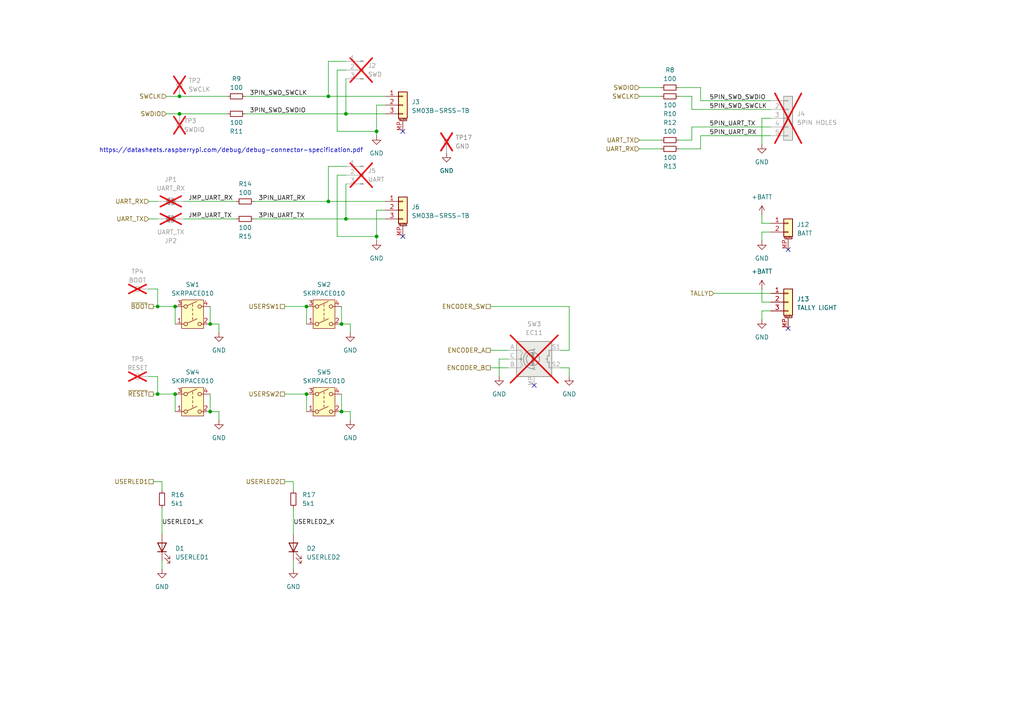
<source format=kicad_sch>
(kicad_sch (version 20231120) (generator "eeschema") (generator_version "8.0")
  (paper "A4")
  (lib_symbols
    (symbol "Connector:Conn_01x03_Pin" (pin_names (offset 1.016) hide)
      (property "Reference" "J" (at 0 5.08 0))
      (property "Value" "Conn_01x03_Pin" (at 0 -5.08 0))
      (symbol "Conn_01x03_Pin_1_1"
        (polyline (pts (xy 1.27 -2.54) (xy 0.8636 -2.54)) (stroke (width 0.1524)))
        (polyline (pts (xy 1.27 0) (xy 0.8636 0)) (stroke (width 0.1524)))
        (polyline (pts (xy 1.27 2.54) (xy 0.8636 2.54)) (stroke (width 0.1524)))
        (rectangle (start 0.8636 -2.413) (end 0 -2.667) (stroke (width 0.1524)) (fill (type outline)))
        (rectangle (start 0.8636 0.127) (end 0 -0.127) (stroke (width 0.1524)) (fill (type outline)))
        (rectangle (start 0.8636 2.667) (end 0 2.413) (stroke (width 0.1524)) (fill (type outline)))
        (pin passive line (at 5.08 2.54 180) (length 3.81) (name "Pin_1") (number "1"))
        (pin passive line (at 5.08 0 180) (length 3.81) (name "Pin_2") (number "2"))
        (pin passive line (at 5.08 -2.54 180) (length 3.81) (name "Pin_3") (number "3"))
      )
    )
    (symbol "Connector:TestPoint" (pin_numbers hide) (pin_names (offset 0.762) hide)
      (property "Reference" "TP" (at 0 6.858 0))
      (property "Value" "TestPoint" (at 0 5.08 0))
      (symbol "TestPoint_0_1"
        (circle (center 0 3.302) (radius 0.762))
      )
      (symbol "TestPoint_1_1"
        (pin passive line (at 0 0 90) (length 2.54) (name "1") (number "1"))
      )
    )
    (symbol "Connector_Generic:Conn_01x05" (pin_names (offset 1.016) hide)
      (property "Reference" "J" (at 0 7.62 0))
      (property "Value" "Conn_01x05" (at 0 -7.62 0))
      (symbol "Conn_01x05_1_1"
        (rectangle (start -1.27 -4.953) (end 0 -5.207) (stroke (width 0.1524)))
        (rectangle (start -1.27 -2.413) (end 0 -2.667) (stroke (width 0.1524)))
        (rectangle (start -1.27 0.127) (end 0 -0.127) (stroke (width 0.1524)))
        (rectangle (start -1.27 2.667) (end 0 2.413) (stroke (width 0.1524)))
        (rectangle (start -1.27 5.207) (end 0 4.953) (stroke (width 0.1524)))
        (rectangle (start -1.27 6.35) (end 1.27 -6.35) (stroke (width 0.254)) (fill (type background)))
        (pin passive line (at -5.08 5.08 0) (length 3.81) (name "Pin_1") (number "1"))
        (pin passive line (at -5.08 2.54 0) (length 3.81) (name "Pin_2") (number "2"))
        (pin passive line (at -5.08 0 0) (length 3.81) (name "Pin_3") (number "3"))
        (pin passive line (at -5.08 -2.54 0) (length 3.81) (name "Pin_4") (number "4"))
        (pin passive line (at -5.08 -5.08 0) (length 3.81) (name "Pin_5") (number "5"))
      )
    )
    (symbol "Connector_Generic_MountingPin:Conn_01x02_MountingPin" (pin_names (offset 1.016) hide)
      (property "Reference" "J" (at 0 2.54 0))
      (property "Value" "Conn_01x02_MountingPin" (at 1.27 -5.08 0))
      (symbol "Conn_01x02_MountingPin_1_1"
        (rectangle (start -1.27 -2.413) (end 0 -2.667) (stroke (width 0.1524)))
        (rectangle (start -1.27 0.127) (end 0 -0.127) (stroke (width 0.1524)))
        (rectangle (start -1.27 1.27) (end 1.27 -3.81) (stroke (width 0.254)) (fill (type background)))
        (polyline (pts (xy -1.016 -4.572) (xy 1.016 -4.572)) (stroke (width 0.1524)))
        (text "Mounting" (at 0 -4.191 0) (effects (font (size 0.381 0.381))))
        (pin passive line (at -5.08 0 0) (length 3.81) (name "Pin_1") (number "1"))
        (pin passive line (at -5.08 -2.54 0) (length 3.81) (name "Pin_2") (number "2"))
        (pin passive line (at 0 -7.62 90) (length 3.048) (name "MountPin") (number "MP"))
      )
    )
    (symbol "Connector_Generic_MountingPin:Conn_01x03_MountingPin" (pin_names (offset 1.016) hide)
      (property "Reference" "J" (at 0 5.08 0))
      (property "Value" "Conn_01x03_MountingPin" (at 1.27 -5.08 0))
      (symbol "Conn_01x03_MountingPin_1_1"
        (rectangle (start -1.27 -2.413) (end 0 -2.667) (stroke (width 0.1524)))
        (rectangle (start -1.27 0.127) (end 0 -0.127) (stroke (width 0.1524)))
        (rectangle (start -1.27 2.667) (end 0 2.413) (stroke (width 0.1524)))
        (rectangle (start -1.27 3.81) (end 1.27 -3.81) (stroke (width 0.254)) (fill (type background)))
        (polyline (pts (xy -1.016 -4.572) (xy 1.016 -4.572)) (stroke (width 0.1524)))
        (text "Mounting" (at 0 -4.191 0) (effects (font (size 0.381 0.381))))
        (pin passive line (at -5.08 2.54 0) (length 3.81) (name "Pin_1") (number "1"))
        (pin passive line (at -5.08 0 0) (length 3.81) (name "Pin_2") (number "2"))
        (pin passive line (at -5.08 -2.54 0) (length 3.81) (name "Pin_3") (number "3"))
        (pin passive line (at 0 -7.62 90) (length 3.048) (name "MountPin") (number "MP"))
      )
    )
    (symbol "Device:LED" (pin_numbers hide) (pin_names (offset 1.016) hide)
      (property "Reference" "D" (at 0 2.54 0))
      (property "Value" "LED" (at 0 -2.54 0))
      (symbol "LED_0_1"
        (polyline (pts (xy -1.27 -1.27) (xy -1.27 1.27)) (stroke (width 0.254)))
        (polyline (pts (xy -1.27 0) (xy 1.27 0)))
        (polyline (pts (xy 1.27 -1.27) (xy 1.27 1.27) (xy -1.27 0) (xy 1.27 -1.27)) (stroke (width 0.254)))
        (polyline (pts (xy -3.048 -0.762) (xy -4.572 -2.286) (xy -3.81 -2.286) (xy -4.572 -2.286) (xy -4.572 -1.524)))
        (polyline (pts (xy -1.778 -0.762) (xy -3.302 -2.286) (xy -2.54 -2.286) (xy -3.302 -2.286) (xy -3.302 -1.524)))
      )
      (symbol "LED_1_1"
        (pin passive line (at -3.81 0 0) (length 2.54) (name "K") (number "1"))
        (pin passive line (at 3.81 0 180) (length 2.54) (name "A") (number "2"))
      )
    )
    (symbol "Device:R_Small" (pin_numbers hide) (pin_names (offset 0.254) hide)
      (property "Reference" "R" (at 0.762 0.508 0))
      (property "Value" "R_Small" (at 0.762 -1.016 0))
      (symbol "R_Small_0_1"
        (rectangle (start -0.762 1.778) (end 0.762 -1.778) (stroke (width 0.2032)))
      )
      (symbol "R_Small_1_1"
        (pin passive line (at 0 2.54 270) (length 0.762) (name "~") (number "1"))
        (pin passive line (at 0 -2.54 90) (length 0.762) (name "~") (number "2"))
      )
    )
    (symbol "Device:RotaryEncoder_Switch_MP" (pin_names (offset 0.254) hide)
      (property "Reference" "SW" (at 0 8.89 0))
      (property "Value" "RotaryEncoder_Switch_MP" (at 0 6.35 0))
      (symbol "RotaryEncoder_Switch_MP_0_1"
        (rectangle (start -5.08 5.08) (end 5.08 -5.08) (stroke (width 0.254)) (fill (type background)))
        (circle (center -3.81 0) (radius 0.254) (fill (type outline)))
        (circle (center -0.381 0) (radius 1.905) (stroke (width 0.254)))
        (arc (start -0.381 2.667) (mid -3.0988 -0.0635) (end -0.381 -2.794) (stroke (width 0.254)))
        (polyline (pts (xy -0.635 -1.778) (xy -0.635 1.778)) (stroke (width 0.254)))
        (polyline (pts (xy -0.381 -1.778) (xy -0.381 1.778)) (stroke (width 0.254)))
        (polyline (pts (xy -0.127 1.778) (xy -0.127 -1.778)) (stroke (width 0.254)))
        (polyline (pts (xy 3.81 0) (xy 3.429 0)) (stroke (width 0.254)))
        (polyline (pts (xy 3.81 1.016) (xy 3.81 -1.016)) (stroke (width 0.254)))
        (polyline (pts (xy -5.08 -2.54) (xy -3.81 -2.54) (xy -3.81 -2.032)))
        (polyline (pts (xy -5.08 2.54) (xy -3.81 2.54) (xy -3.81 2.032)))
        (polyline (pts (xy 0.254 -3.048) (xy -0.508 -2.794) (xy 0.127 -2.413)) (stroke (width 0.254)))
        (polyline (pts (xy 0.254 2.921) (xy -0.508 2.667) (xy 0.127 2.286)) (stroke (width 0.254)))
        (polyline (pts (xy 5.08 -2.54) (xy 4.318 -2.54) (xy 4.318 -1.016)) (stroke (width 0.254)))
        (polyline (pts (xy 5.08 2.54) (xy 4.318 2.54) (xy 4.318 1.016)) (stroke (width 0.254)))
        (polyline (pts (xy -5.08 0) (xy -3.81 0) (xy -3.81 -1.016) (xy -3.302 -2.032)))
        (polyline (pts (xy -4.318 0) (xy -3.81 0) (xy -3.81 1.016) (xy -3.302 2.032)))
        (circle (center 4.318 -1.016) (radius 0.127) (stroke (width 0.254)))
        (circle (center 4.318 1.016) (radius 0.127) (stroke (width 0.254)))
      )
      (symbol "RotaryEncoder_Switch_MP_1_1"
        (pin passive line (at -7.62 2.54 0) (length 2.54) (name "A") (number "A"))
        (pin passive line (at -7.62 -2.54 0) (length 2.54) (name "B") (number "B"))
        (pin passive line (at -7.62 0 0) (length 2.54) (name "C") (number "C"))
        (pin passive line (at 0 -7.62 90) (length 2.54) (name "MP") (number "MP"))
        (pin passive line (at 7.62 2.54 180) (length 2.54) (name "S1") (number "S1"))
        (pin passive line (at 7.62 -2.54 180) (length 2.54) (name "S2") (number "S2"))
      )
    )
    (symbol "Jumper:SolderJumper_2_Bridged" (pin_numbers hide) (pin_names (offset 0) hide) (exclude_from_sim yes) (in_bom no)
      (property "Reference" "JP" (at 0 2.032 0))
      (property "Value" "SolderJumper_2_Bridged" (at 0 -2.54 0))
      (symbol "SolderJumper_2_Bridged_0_1"
        (rectangle (start -0.508 0.508) (end 0.508 -0.508) (fill (type outline)))
        (arc (start -0.254 1.016) (mid -1.2656 0) (end -0.254 -1.016))
        (arc (start -0.254 1.016) (mid -1.2656 0) (end -0.254 -1.016) (fill (type outline)))
        (polyline (pts (xy -0.254 1.016) (xy -0.254 -1.016)))
        (polyline (pts (xy 0.254 1.016) (xy 0.254 -1.016)))
        (arc (start 0.254 -1.016) (mid 1.2656 0) (end 0.254 1.016))
        (arc (start 0.254 -1.016) (mid 1.2656 0) (end 0.254 1.016) (fill (type outline)))
      )
      (symbol "SolderJumper_2_Bridged_1_1"
        (pin passive line (at -3.81 0 0) (length 2.54) (name "A") (number "1"))
        (pin passive line (at 3.81 0 180) (length 2.54) (name "B") (number "2"))
      )
    )
    (symbol "Switch:SW_DPST" (pin_names (offset 0) hide)
      (property "Reference" "SW" (at 0 6.35 0))
      (property "Value" "SW_DPST" (at 0 -5.08 0))
      (symbol "SW_DPST_0_0"
        (circle (center -2.032 -2.54) (radius 0.508))
        (circle (center -2.032 2.54) (radius 0.508))
        (polyline (pts (xy -1.524 -2.286) (xy 1.27 -1.016)))
        (polyline (pts (xy -1.524 2.794) (xy 1.27 4.064)))
        (polyline (pts (xy 0 -1.27) (xy 0 -0.635)))
        (polyline (pts (xy 0 0) (xy 0 0.635)))
        (polyline (pts (xy 0 1.27) (xy 0 1.905)))
        (polyline (pts (xy 0 2.54) (xy 0 3.175)))
        (circle (center 2.032 -2.54) (radius 0.508))
        (circle (center 2.032 2.54) (radius 0.508))
      )
      (symbol "SW_DPST_1_1"
        (rectangle (start -3.175 4.445) (end 3.175 -3.81) (fill (type background)))
        (pin passive line (at -5.08 -2.54 0) (length 2.54) (name "1") (number "1"))
        (pin passive line (at 5.08 -2.54 180) (length 2.54) (name "2") (number "2"))
        (pin passive line (at -5.08 2.54 0) (length 2.54) (name "3") (number "3"))
        (pin passive line (at 5.08 2.54 180) (length 2.54) (name "4") (number "4"))
      )
    )
    (symbol "power:+BATT" (power) (pin_numbers hide) (pin_names (offset 0) hide)
      (property "Value" "+BATT" (at 0 3.556 0))
      (symbol "+BATT_0_1"
        (polyline (pts (xy -0.762 1.27) (xy 0 2.54)))
        (polyline (pts (xy 0 0) (xy 0 2.54)))
        (polyline (pts (xy 0 2.54) (xy 0.762 1.27)))
      )
      (symbol "+BATT_1_1"
        (pin power_in line (at 0 0 90) (length 0) (name "~") (number "1"))
      )
    )
    (symbol "power:GND" (power) (pin_numbers hide) (pin_names (offset 0) hide)
      (property "Value" "GND" (at 0 -3.81 0))
      (symbol "GND_0_1"
        (polyline (pts (xy 0 0) (xy 0 -1.27) (xy 1.27 -1.27) (xy 0 -2.54) (xy -1.27 -1.27) (xy 0 -1.27)))
      )
      (symbol "GND_1_1"
        (pin power_in line (at 0 0 270) (length 0) (name "~") (number "1"))
      )
    )
  )
  (junction (at 100.33 63.5))
  (junction (at 109.22 38.1))
  (junction (at 60.96 119.38))
  (junction (at 88.9 114.3))
  (junction (at 99.06 93.98))
  (junction (at 52.07 27.94))
  (junction (at 50.8 114.3))
  (junction (at 50.8 88.9))
  (junction (at 100.33 33.02))
  (junction (at 95.25 27.94))
  (junction (at 45.72 114.3))
  (junction (at 109.22 68.58))
  (junction (at 52.07 33.02))
  (junction (at 60.96 93.98))
  (junction (at 45.72 88.9))
  (junction (at 99.06 119.38))
  (junction (at 88.9 88.9))
  (junction (at 95.25 58.42))
  (no_connect (at 228.6 95.25))
  (no_connect (at 154.94 111.76))
  (no_connect (at 116.84 68.58))
  (no_connect (at 228.6 72.39))
  (no_connect (at 116.84 38.1))
  (wire (pts (xy 85.09 147.32) (xy 85.09 154.94)))
  (wire (pts (xy 185.42 25.4) (xy 191.77 25.4)))
  (wire (pts (xy 101.6 119.38) (xy 101.6 121.92)))
  (wire (pts (xy 46.99 162.56) (xy 46.99 165.1)))
  (wire (pts (xy 196.85 43.18) (xy 203.2 43.18)))
  (wire (pts (xy 99.06 119.38) (xy 101.6 119.38)))
  (wire (pts (xy 200.66 27.94) (xy 200.66 31.75)))
  (wire (pts (xy 97.79 38.1) (xy 109.22 38.1)))
  (wire (pts (xy 95.25 48.26) (xy 100.33 48.26)))
  (wire (pts (xy 109.22 30.48) (xy 109.22 38.1)))
  (wire (pts (xy 46.99 147.32) (xy 46.99 154.94)))
  (wire (pts (xy 60.96 114.3) (xy 60.96 119.38)))
  (wire (pts (xy 43.18 63.5) (xy 45.72 63.5)))
  (wire (pts (xy 95.25 17.78) (xy 95.25 27.94)))
  (wire (pts (xy 82.55 114.3) (xy 88.9 114.3)))
  (wire (pts (xy 44.45 114.3) (xy 45.72 114.3)))
  (wire (pts (xy 63.5 93.98) (xy 63.5 96.52)))
  (wire (pts (xy 73.66 58.42) (xy 95.25 58.42)))
  (wire (pts (xy 196.85 27.94) (xy 200.66 27.94)))
  (wire (pts (xy 109.22 68.58) (xy 109.22 69.85)))
  (wire (pts (xy 44.45 139.7) (xy 46.99 139.7)))
  (wire (pts (xy 109.22 38.1) (xy 109.22 39.37)))
  (wire (pts (xy 220.98 90.17) (xy 223.52 90.17)))
  (wire (pts (xy 44.45 88.9) (xy 45.72 88.9)))
  (wire (pts (xy 97.79 50.8) (xy 97.79 68.58)))
  (wire (pts (xy 185.42 27.94) (xy 191.77 27.94)))
  (wire (pts (xy 100.33 22.86) (xy 100.33 33.02)))
  (wire (pts (xy 48.26 33.02) (xy 52.07 33.02)))
  (wire (pts (xy 50.8 114.3) (xy 50.8 119.38)))
  (wire (pts (xy 82.55 139.7) (xy 85.09 139.7)))
  (wire (pts (xy 43.18 58.42) (xy 45.72 58.42)))
  (wire (pts (xy 200.66 40.64) (xy 200.66 36.83)))
  (wire (pts (xy 162.56 106.68) (xy 165.1 106.68)))
  (wire (pts (xy 203.2 29.21) (xy 223.52 29.21)))
  (wire (pts (xy 97.79 20.32) (xy 100.33 20.32)))
  (wire (pts (xy 220.98 64.77) (xy 223.52 64.77)))
  (wire (pts (xy 71.12 27.94) (xy 95.25 27.94)))
  (wire (pts (xy 109.22 30.48) (xy 111.76 30.48)))
  (wire (pts (xy 165.1 88.9) (xy 165.1 101.6)))
  (wire (pts (xy 142.24 88.9) (xy 165.1 88.9)))
  (wire (pts (xy 109.22 60.96) (xy 109.22 68.58)))
  (wire (pts (xy 53.34 58.42) (xy 68.58 58.42)))
  (wire (pts (xy 196.85 25.4) (xy 203.2 25.4)))
  (wire (pts (xy 95.25 58.42) (xy 111.76 58.42)))
  (wire (pts (xy 185.42 43.18) (xy 191.77 43.18)))
  (wire (pts (xy 100.33 53.34) (xy 100.33 63.5)))
  (wire (pts (xy 60.96 88.9) (xy 60.96 93.98)))
  (wire (pts (xy 99.06 114.3) (xy 99.06 119.38)))
  (wire (pts (xy 203.2 43.18) (xy 203.2 39.37)))
  (wire (pts (xy 63.5 119.38) (xy 63.5 121.92)))
  (wire (pts (xy 203.2 25.4) (xy 203.2 29.21)))
  (wire (pts (xy 144.78 104.14) (xy 144.78 109.22)))
  (wire (pts (xy 220.98 67.31) (xy 223.52 67.31)))
  (wire (pts (xy 43.18 109.22) (xy 45.72 109.22)))
  (wire (pts (xy 220.98 34.29) (xy 223.52 34.29)))
  (wire (pts (xy 48.26 27.94) (xy 52.07 27.94)))
  (wire (pts (xy 45.72 88.9) (xy 50.8 88.9)))
  (wire (pts (xy 142.24 106.68) (xy 147.32 106.68)))
  (wire (pts (xy 200.66 31.75) (xy 223.52 31.75)))
  (wire (pts (xy 200.66 36.83) (xy 223.52 36.83)))
  (wire (pts (xy 207.01 85.09) (xy 223.52 85.09)))
  (wire (pts (xy 162.56 101.6) (xy 165.1 101.6)))
  (wire (pts (xy 43.18 83.82) (xy 45.72 83.82)))
  (wire (pts (xy 147.32 104.14) (xy 144.78 104.14)))
  (wire (pts (xy 88.9 88.9) (xy 88.9 93.98)))
  (wire (pts (xy 196.85 40.64) (xy 200.66 40.64)))
  (wire (pts (xy 109.22 60.96) (xy 111.76 60.96)))
  (wire (pts (xy 46.99 139.7) (xy 46.99 142.24)))
  (wire (pts (xy 185.42 40.64) (xy 191.77 40.64)))
  (wire (pts (xy 95.25 17.78) (xy 100.33 17.78)))
  (wire (pts (xy 99.06 88.9) (xy 99.06 93.98)))
  (wire (pts (xy 99.06 93.98) (xy 101.6 93.98)))
  (wire (pts (xy 88.9 114.3) (xy 88.9 119.38)))
  (wire (pts (xy 97.79 68.58) (xy 109.22 68.58)))
  (wire (pts (xy 60.96 93.98) (xy 63.5 93.98)))
  (wire (pts (xy 220.98 87.63) (xy 223.52 87.63)))
  (wire (pts (xy 95.25 48.26) (xy 95.25 58.42)))
  (wire (pts (xy 203.2 39.37) (xy 223.52 39.37)))
  (wire (pts (xy 45.72 83.82) (xy 45.72 88.9)))
  (wire (pts (xy 73.66 63.5) (xy 100.33 63.5)))
  (wire (pts (xy 71.12 33.02) (xy 100.33 33.02)))
  (wire (pts (xy 97.79 50.8) (xy 100.33 50.8)))
  (wire (pts (xy 220.98 83.82) (xy 220.98 87.63)))
  (wire (pts (xy 85.09 139.7) (xy 85.09 142.24)))
  (wire (pts (xy 45.72 114.3) (xy 50.8 114.3)))
  (wire (pts (xy 95.25 27.94) (xy 111.76 27.94)))
  (wire (pts (xy 100.33 63.5) (xy 111.76 63.5)))
  (wire (pts (xy 60.96 119.38) (xy 63.5 119.38)))
  (wire (pts (xy 45.72 109.22) (xy 45.72 114.3)))
  (wire (pts (xy 165.1 106.68) (xy 165.1 109.22)))
  (wire (pts (xy 50.8 88.9) (xy 50.8 93.98)))
  (wire (pts (xy 85.09 162.56) (xy 85.09 165.1)))
  (wire (pts (xy 82.55 88.9) (xy 88.9 88.9)))
  (wire (pts (xy 66.04 27.94) (xy 52.07 27.94)))
  (wire (pts (xy 220.98 90.17) (xy 220.98 92.71)))
  (wire (pts (xy 66.04 33.02) (xy 52.07 33.02)))
  (wire (pts (xy 220.98 34.29) (xy 220.98 41.91)))
  (wire (pts (xy 220.98 67.31) (xy 220.98 69.85)))
  (wire (pts (xy 220.98 62.23) (xy 220.98 64.77)))
  (wire (pts (xy 142.24 101.6) (xy 147.32 101.6)))
  (wire (pts (xy 101.6 93.98) (xy 101.6 96.52)))
  (wire (pts (xy 100.33 33.02) (xy 111.76 33.02)))
  (wire (pts (xy 97.79 20.32) (xy 97.79 38.1)))
  (wire (pts (xy 53.34 63.5) (xy 68.58 63.5)))
  (text "https://datasheets.raspberrypi.com/debug/debug-connector-specification.pdf" (at 67.056 43.688 0) (effects (font (size 1.27 1.27))))
  (label "5PIN_UART_TX" (at 205.74 36.83 0))
  (label "JMP_UART_RX" (at 54.61 58.42 0))
  (label "3PIN_SWD_SWCLK" (at 72.39 27.94 0))
  (label "3PIN_UART_RX" (at 74.93 58.42 0))
  (label "USERLED1_K" (at 46.99 152.4 0))
  (label "5PIN_SWD_SWCLK" (at 205.74 31.75 0))
  (label "3PIN_SWD_SWDIO" (at 72.39 33.02 0))
  (label "3PIN_UART_TX" (at 74.93 63.5 0))
  (label "5PIN_SWD_SWDIO" (at 205.74 29.21 0))
  (label "JMP_UART_TX" (at 54.61 63.5 0))
  (label "USERLED2_K" (at 85.09 152.4 0))
  (label "5PIN_UART_RX" (at 205.74 39.37 0))
  (hierarchical_label "USERSW1" (shape passive) (at 82.55 88.9 180))
  (hierarchical_label "SWCLK" (shape input) (at 48.26 27.94 180))
  (hierarchical_label "UART_TX" (shape input) (at 43.18 63.5 180))
  (hierarchical_label "ENCODER_B" (shape passive) (at 142.24 106.68 180))
  (hierarchical_label "TALLY" (shape input) (at 207.01 85.09 180))
  (hierarchical_label "~{BOOT}" (shape passive) (at 44.45 88.9 180))
  (hierarchical_label "~{RESET}" (shape passive) (at 44.45 114.3 180))
  (hierarchical_label "SWDIO" (shape input) (at 48.26 33.02 180))
  (hierarchical_label "USERLED2" (shape passive) (at 82.55 139.7 180))
  (hierarchical_label "ENCODER_A" (shape passive) (at 142.24 101.6 180))
  (hierarchical_label "USERLED1" (shape passive) (at 44.45 139.7 180))
  (hierarchical_label "SWCLK" (shape input) (at 185.42 27.94 180))
  (hierarchical_label "USERSW2" (shape passive) (at 82.55 114.3 180))
  (hierarchical_label "UART_RX" (shape input) (at 43.18 58.42 180))
  (hierarchical_label "UART_TX" (shape input) (at 185.42 40.64 180))
  (hierarchical_label "SWDIO" (shape input) (at 185.42 25.4 180))
  (hierarchical_label "ENCODER_SW" (shape passive) (at 142.24 88.9 180))
  (hierarchical_label "UART_RX" (shape input) (at 185.42 43.18 180))
  (symbol (lib_id "power:GND") (at 129.54 44.45 0) (unit 1)
    (property "Reference" "#PWR060" (effects (hide yes)))
    (property "Value" "GND" (at 129.54 49.53 0))
    (property "Description" "Power symbol creates a global label with name \"GND\" , ground" (effects (hide yes)))
  )
  (symbol (lib_id "Device:LED") (at 46.99 158.75 90) (unit 1)
    (property "Reference" "D1" (at 50.8 159.0674 90) (effects (justify right)))
    (property "Value" "USERLED1" (at 50.8 161.6074 90) (effects (justify right)))
    (property "Footprint" "LED_SMD:LED_0603_1608Metric" (effects (hide yes)))
    (property "Description" "Light emitting diode" (effects (hide yes)))
    (property "LCSC" "C72038" (effects (hide yes)))
  )
  (symbol (lib_id "power:GND") (at 63.5 96.52 0) (unit 1)
    (property "Reference" "#PWR023" (effects (hide yes)))
    (property "Value" "GND" (at 63.5 101.6 0))
    (property "Description" "Power symbol creates a global label with name \"GND\" , ground" (effects (hide yes)))
  )
  (symbol (lib_id "Device:R_Small") (at 71.12 63.5 270) (mirror x) (unit 1)
    (property "Reference" "R15" (at 71.12 68.58 90))
    (property "Value" "100" (at 71.12 66.04 90))
    (property "Footprint" "Resistor_SMD:R_0402_1005Metric" (effects (hide yes)))
    (property "Description" "Resistor, small symbol" (effects (hide yes)))
    (property "LCSC" "C25076" (effects (hide yes)))
  )
  (symbol (lib_id "Connector:TestPoint") (at 43.18 109.22 90) (unit 1) (dnp yes)
    (property "Reference" "TP5" (at 39.878 104.14 90))
    (property "Value" "RESET" (at 39.878 106.68 90))
    (property "Footprint" "TestPoint:TestPoint_Pad_D1.0mm" (effects (hide yes)))
    (property "Description" "test point" (effects (hide yes)))
  )
  (symbol (lib_id "Connector:Conn_01x03_Pin") (at 105.41 50.8 0) (mirror y) (unit 1) (dnp yes)
    (property "Reference" "J5" (at 106.68 49.5299 0) (effects (justify right)))
    (property "Value" "UART" (at 106.68 52.0699 0) (effects (justify right)))
    (property "Footprint" "Connector_PinHeader_2.54mm:PinHeader_1x03_P2.54mm_Vertical" (effects (hide yes)))
    (property "Description" "Generic connector, single row, 01x03, script generated" (effects (hide yes)))
  )
  (symbol (lib_id "Connector:TestPoint") (at 52.07 33.02 180) (unit 1) (dnp yes)
    (property "Reference" "TP3" (at 53.34 35.0519 0) (effects (justify right)))
    (property "Value" "SWDIO" (at 53.34 37.592 0) (effects (justify right)))
    (property "Footprint" "TestPoint:TestPoint_Pad_D1.0mm" (effects (hide yes)))
    (property "Description" "test point" (effects (hide yes)))
  )
  (symbol (lib_id "Device:RotaryEncoder_Switch_MP") (at 154.94 104.14 0) (unit 1) (dnp yes)
    (property "Reference" "SW3" (at 154.94 93.98 0))
    (property "Value" "EC11" (at 154.94 96.52 0))
    (property "Footprint" "Rotary_Encoder:RotaryEncoder_Alps_EC11E-Switch_Vertical_H20mm" (effects (hide yes)))
    (property "Description" "Rotary encoder, dual channel, incremental quadrate outputs, with switch and MP Pin" (effects (hide yes)))
    (property "LCSC" "C143789" (effects (hide yes)))
  )
  (symbol (lib_id "power:GND") (at 109.22 39.37 0) (unit 1)
    (property "Reference" "#PWR020" (effects (hide yes)))
    (property "Value" "GND" (at 109.22 44.45 0))
    (property "Description" "Power symbol creates a global label with name \"GND\" , ground" (effects (hide yes)))
  )
  (symbol (lib_id "power:GND") (at 220.98 69.85 0) (unit 1)
    (property "Reference" "#PWR057" (effects (hide yes)))
    (property "Value" "GND" (at 220.98 74.93 0))
    (property "Description" "Power symbol creates a global label with name \"GND\" , ground" (effects (hide yes)))
  )
  (symbol (lib_id "power:+BATT") (at 220.98 62.23 0) (unit 1)
    (property "Reference" "#PWR056" (effects (hide yes)))
    (property "Value" "+BATT" (at 220.98 57.15 0))
    (property "Description" "Power symbol creates a global label with name \"+BATT\"" (effects (hide yes)))
  )
  (symbol (lib_id "power:GND") (at 144.78 109.22 0) (mirror y) (unit 1)
    (property "Reference" "#PWR025" (effects (hide yes)))
    (property "Value" "GND" (at 144.78 114.3 0))
    (property "Description" "Power symbol creates a global label with name \"GND\" , ground" (effects (hide yes)))
  )
  (symbol (lib_id "Connector_Generic:Conn_01x05") (at 228.6 34.29 0) (unit 1) (dnp yes)
    (property "Reference" "J4" (at 231.14 33.0199 0) (effects (justify left)))
    (property "Value" "5PIN HOLES" (at 231.14 35.5599 0) (effects (justify left)))
    (property "Footprint" "Connector_PinHeader_2.00mm:PinHeader_1x05_P2.00mm_Vertical" (effects (hide yes)))
    (property "Description" "Generic connector, single row, 01x05, script generated (kicad-library-utils/schlib/autogen/connector/)" (effects (hide yes)))
  )
  (symbol (lib_id "Device:R_Small") (at 194.31 43.18 270) (mirror x) (unit 1)
    (property "Reference" "R13" (at 194.31 48.26 90))
    (property "Value" "100" (at 194.31 45.72 90))
    (property "Footprint" "Resistor_SMD:R_0402_1005Metric" (effects (hide yes)))
    (property "Description" "Resistor, small symbol" (effects (hide yes)))
    (property "LCSC" "C25076" (effects (hide yes)))
  )
  (symbol (lib_id "Device:R_Small") (at 71.12 58.42 270) (unit 1)
    (property "Reference" "R14" (at 71.12 53.34 90))
    (property "Value" "100" (at 71.12 55.88 90))
    (property "Footprint" "Resistor_SMD:R_0402_1005Metric" (effects (hide yes)))
    (property "Description" "Resistor, small symbol" (effects (hide yes)))
    (property "LCSC" "C25076" (effects (hide yes)))
  )
  (symbol (lib_id "power:GND") (at 165.1 109.22 0) (unit 1)
    (property "Reference" "#PWR026" (effects (hide yes)))
    (property "Value" "GND" (at 165.1 114.3 0))
    (property "Description" "Power symbol creates a global label with name \"GND\" , ground" (effects (hide yes)))
  )
  (symbol (lib_id "Device:R_Small") (at 68.58 33.02 270) (mirror x) (unit 1)
    (property "Reference" "R11" (at 68.58 38.1 90))
    (property "Value" "100" (at 68.58 35.56 90))
    (property "Footprint" "Resistor_SMD:R_0402_1005Metric" (effects (hide yes)))
    (property "Description" "Resistor, small symbol" (effects (hide yes)))
    (property "LCSC" "C25076" (effects (hide yes)))
  )
  (symbol (lib_id "power:GND") (at 63.5 121.92 0) (unit 1)
    (property "Reference" "#PWR027" (effects (hide yes)))
    (property "Value" "GND" (at 63.5 127 0))
    (property "Description" "Power symbol creates a global label with name \"GND\" , ground" (effects (hide yes)))
  )
  (symbol (lib_id "power:GND") (at 101.6 96.52 0) (unit 1)
    (property "Reference" "#PWR024" (effects (hide yes)))
    (property "Value" "GND" (at 101.6 101.6 0))
    (property "Description" "Power symbol creates a global label with name \"GND\" , ground" (effects (hide yes)))
  )
  (symbol (lib_id "Connector_Generic_MountingPin:Conn_01x03_MountingPin") (at 228.6 87.63 0) (unit 1)
    (property "Reference" "J13" (at 231.14 86.7155 0) (effects (justify left)))
    (property "Value" "TALLY LIGHT" (at 231.14 89.2555 0) (effects (justify left)))
    (property "Footprint" "Connector_JST:JST_GH_SM03B-GHS-TB_1x03-1MP_P1.25mm_Horizontal" (effects (hide yes)))
    (property "Description" "Generic connectable mounting pin connector, single row, 01x03, script generated (kicad-library-utils/schlib/autogen/connector/)" (effects (hide yes)))
    (property "LCSC" "C514175" (effects (hide yes)))
  )
  (symbol (lib_id "Connector_Generic_MountingPin:Conn_01x03_MountingPin") (at 116.84 30.48 0) (unit 1)
    (property "Reference" "J3" (at 119.38 29.5655 0) (effects (justify left)))
    (property "Value" "SM03B-SRSS-TB" (at 119.38 32.1055 0) (effects (justify left)))
    (property "Footprint" "Connector_JST:JST_SH_SM03B-SRSS-TB_1x03-1MP_P1.00mm_Horizontal" (effects (hide yes)))
    (property "Description" "Generic connectable mounting pin connector, single row, 01x03, script generated (kicad-library-utils/schlib/autogen/connector/)" (effects (hide yes)))
    (property "LCSC" "C545723" (effects (hide yes)))
  )
  (symbol (lib_id "power:GND") (at 85.09 165.1 0) (unit 1)
    (property "Reference" "#PWR030" (effects (hide yes)))
    (property "Value" "GND" (at 85.09 170.18 0))
    (property "Description" "Power symbol creates a global label with name \"GND\" , ground" (effects (hide yes)))
  )
  (symbol (lib_id "Switch:SW_DPST") (at 55.88 91.44 0) (unit 1)
    (property "Reference" "SW1" (at 55.88 82.55 0))
    (property "Value" "SKRPACE010" (at 55.88 85.09 0))
    (property "Footprint" "footprints:SKRPACE010" (effects (hide yes)))
    (property "Description" "Double Pole Single Throw (DPST) Switch" (effects (hide yes)))
    (property "LCSC" "C139797" (effects (hide yes)))
  )
  (symbol (lib_id "power:+BATT") (at 220.98 83.82 0) (unit 1)
    (property "Reference" "#PWR058" (effects (hide yes)))
    (property "Value" "+BATT" (at 220.98 78.74 0))
    (property "Description" "Power symbol creates a global label with name \"+BATT\"" (effects (hide yes)))
  )
  (symbol (lib_id "Device:R_Small") (at 85.09 144.78 0) (unit 1)
    (property "Reference" "R17" (at 87.63 143.5099 0) (effects (justify left)))
    (property "Value" "5k1" (at 87.63 146.0499 0) (effects (justify left)))
    (property "Footprint" "Resistor_SMD:R_0402_1005Metric" (effects (hide yes)))
    (property "Description" "Resistor, small symbol" (effects (hide yes)))
    (property "LCSC" "C25905" (effects (hide yes)))
  )
  (symbol (lib_id "Connector:TestPoint") (at 43.18 83.82 90) (unit 1) (dnp yes)
    (property "Reference" "TP4" (at 39.878 78.74 90))
    (property "Value" "BOOT" (at 39.878 81.28 90))
    (property "Footprint" "TestPoint:TestPoint_Pad_D1.0mm" (effects (hide yes)))
    (property "Description" "test point" (effects (hide yes)))
  )
  (symbol (lib_id "Connector_Generic_MountingPin:Conn_01x02_MountingPin") (at 228.6 64.77 0) (unit 1)
    (property "Reference" "J12" (at 231.14 65.1255 0) (effects (justify left)))
    (property "Value" "BATT" (at 231.14 67.6655 0) (effects (justify left)))
    (property "Footprint" "Connector_JST:JST_GH_SM02B-GHS-TB_1x02-1MP_P1.25mm_Horizontal" (effects (hide yes)))
    (property "Description" "Generic connectable mounting pin connector, single row, 01x02, script generated (kicad-library-utils/schlib/autogen/connector/)" (effects (hide yes)))
    (property "LCSC" "C189893" (effects (hide yes)))
  )
  (symbol (lib_id "Jumper:SolderJumper_2_Bridged") (at 49.53 58.42 0) (unit 1) (exclude_from_sim yes) (in_bom no) (dnp yes)
    (property "Reference" "JP1" (at 49.53 52.07 0))
    (property "Value" "UART_RX" (at 49.53 54.61 0))
    (property "Footprint" "Jumper:SolderJumper-2_P1.3mm_Bridged_Pad1.0x1.5mm" (effects (hide yes)))
    (property "Description" "Solder Jumper, 2-pole, closed/bridged" (effects (hide yes)))
  )
  (symbol (lib_id "Connector:Conn_01x03_Pin") (at 105.41 20.32 0) (mirror y) (unit 1) (dnp yes)
    (property "Reference" "J2" (at 106.68 19.0499 0) (effects (justify right)))
    (property "Value" "SWD" (at 106.68 21.5899 0) (effects (justify right)))
    (property "Footprint" "Connector_PinHeader_2.54mm:PinHeader_1x03_P2.54mm_Vertical" (effects (hide yes)))
    (property "Description" "Generic connector, single row, 01x03, script generated" (effects (hide yes)))
  )
  (symbol (lib_id "Switch:SW_DPST") (at 93.98 116.84 0) (unit 1)
    (property "Reference" "SW5" (at 93.98 107.95 0))
    (property "Value" "SKRPACE010" (at 93.98 110.49 0))
    (property "Footprint" "footprints:SKRPACE010" (effects (hide yes)))
    (property "Description" "Double Pole Single Throw (DPST) Switch" (effects (hide yes)))
    (property "LCSC" "C139797" (effects (hide yes)))
  )
  (symbol (lib_id "power:GND") (at 109.22 69.85 0) (unit 1)
    (property "Reference" "#PWR022" (effects (hide yes)))
    (property "Value" "GND" (at 109.22 74.93 0))
    (property "Description" "Power symbol creates a global label with name \"GND\" , ground" (effects (hide yes)))
  )
  (symbol (lib_id "Connector_Generic_MountingPin:Conn_01x03_MountingPin") (at 116.84 60.96 0) (unit 1)
    (property "Reference" "J6" (at 119.38 60.0455 0) (effects (justify left)))
    (property "Value" "SM03B-SRSS-TB" (at 119.38 62.5855 0) (effects (justify left)))
    (property "Footprint" "Connector_JST:JST_SH_SM03B-SRSS-TB_1x03-1MP_P1.00mm_Horizontal" (effects (hide yes)))
    (property "Description" "Generic connectable mounting pin connector, single row, 01x03, script generated (kicad-library-utils/schlib/autogen/connector/)" (effects (hide yes)))
    (property "LCSC" "C545723" (effects (hide yes)))
  )
  (symbol (lib_id "Connector:TestPoint") (at 129.54 44.45 0) (unit 1) (dnp yes)
    (property "Reference" "TP17" (at 132.08 39.8779 0) (effects (justify left)))
    (property "Value" "GND" (at 132.08 42.4179 0) (effects (justify left)))
    (property "Footprint" "TestPoint:TestPoint_Pad_D1.0mm" (effects (hide yes)))
    (property "Description" "test point" (effects (hide yes)))
  )
  (symbol (lib_id "Device:R_Small") (at 194.31 27.94 270) (mirror x) (unit 1)
    (property "Reference" "R10" (at 194.31 33.02 90))
    (property "Value" "100" (at 194.31 30.48 90))
    (property "Footprint" "Resistor_SMD:R_0402_1005Metric" (effects (hide yes)))
    (property "Description" "Resistor, small symbol" (effects (hide yes)))
    (property "LCSC" "C25076" (effects (hide yes)))
  )
  (symbol (lib_id "Device:R_Small") (at 194.31 40.64 270) (unit 1)
    (property "Reference" "R12" (at 194.31 35.56 90))
    (property "Value" "100" (at 194.31 38.1 90))
    (property "Footprint" "Resistor_SMD:R_0402_1005Metric" (effects (hide yes)))
    (property "Description" "Resistor, small symbol" (effects (hide yes)))
    (property "LCSC" "C25076" (effects (hide yes)))
  )
  (symbol (lib_id "power:GND") (at 220.98 41.91 0) (unit 1)
    (property "Reference" "#PWR021" (effects (hide yes)))
    (property "Value" "GND" (at 220.98 46.99 0))
    (property "Description" "Power symbol creates a global label with name \"GND\" , ground" (effects (hide yes)))
  )
  (symbol (lib_id "power:GND") (at 220.98 92.71 0) (unit 1)
    (property "Reference" "#PWR059" (effects (hide yes)))
    (property "Value" "GND" (at 220.98 97.79 0))
    (property "Description" "Power symbol creates a global label with name \"GND\" , ground" (effects (hide yes)))
  )
  (symbol (lib_id "Jumper:SolderJumper_2_Bridged") (at 49.53 63.5 0) (mirror x) (unit 1) (exclude_from_sim yes) (in_bom no) (dnp yes)
    (property "Reference" "JP2" (at 49.53 69.85 0))
    (property "Value" "UART_TX" (at 49.53 67.31 0))
    (property "Footprint" "Jumper:SolderJumper-2_P1.3mm_Bridged_Pad1.0x1.5mm" (effects (hide yes)))
    (property "Description" "Solder Jumper, 2-pole, closed/bridged" (effects (hide yes)))
  )
  (symbol (lib_id "Device:R_Small") (at 68.58 27.94 270) (unit 1)
    (property "Reference" "R9" (at 68.58 22.86 90))
    (property "Value" "100" (at 68.58 25.4 90))
    (property "Footprint" "Resistor_SMD:R_0402_1005Metric" (effects (hide yes)))
    (property "Description" "Resistor, small symbol" (effects (hide yes)))
    (property "LCSC" "C25076" (effects (hide yes)))
  )
  (symbol (lib_id "Switch:SW_DPST") (at 55.88 116.84 0) (unit 1)
    (property "Reference" "SW4" (at 55.88 107.95 0))
    (property "Value" "SKRPACE010" (at 55.88 110.49 0))
    (property "Footprint" "footprints:SKRPACE010" (effects (hide yes)))
    (property "Description" "Double Pole Single Throw (DPST) Switch" (effects (hide yes)))
    (property "LCSC" "C139797" (effects (hide yes)))
  )
  (symbol (lib_id "Connector:TestPoint") (at 52.07 27.94 0) (unit 1) (dnp yes)
    (property "Reference" "TP2" (at 54.61 23.3679 0) (effects (justify left)))
    (property "Value" "SWCLK" (at 54.61 25.9079 0) (effects (justify left)))
    (property "Footprint" "TestPoint:TestPoint_Pad_D1.0mm" (effects (hide yes)))
    (property "Description" "test point" (effects (hide yes)))
  )
  (symbol (lib_id "power:GND") (at 46.99 165.1 0) (unit 1)
    (property "Reference" "#PWR029" (effects (hide yes)))
    (property "Value" "GND" (at 46.99 170.18 0))
    (property "Description" "Power symbol creates a global label with name \"GND\" , ground" (effects (hide yes)))
  )
  (symbol (lib_id "Switch:SW_DPST") (at 93.98 91.44 0) (unit 1)
    (property "Reference" "SW2" (at 93.98 82.55 0))
    (property "Value" "SKRPACE010" (at 93.98 85.09 0))
    (property "Footprint" "footprints:SKRPACE010" (effects (hide yes)))
    (property "Description" "Double Pole Single Throw (DPST) Switch" (effects (hide yes)))
    (property "LCSC" "C139797" (effects (hide yes)))
  )
  (symbol (lib_id "Device:R_Small") (at 46.99 144.78 0) (unit 1)
    (property "Reference" "R16" (at 49.53 143.5099 0) (effects (justify left)))
    (property "Value" "5k1" (at 49.53 146.0499 0) (effects (justify left)))
    (property "Footprint" "Resistor_SMD:R_0402_1005Metric" (effects (hide yes)))
    (property "Description" "Resistor, small symbol" (effects (hide yes)))
    (property "LCSC" "C25905" (effects (hide yes)))
  )
  (symbol (lib_id "Device:LED") (at 85.09 158.75 90) (unit 1)
    (property "Reference" "D2" (at 88.9 159.0674 90) (effects (justify right)))
    (property "Value" "USERLED2" (at 88.9 161.6074 90) (effects (justify right)))
    (property "Footprint" "LED_SMD:LED_0603_1608Metric" (effects (hide yes)))
    (property "Description" "Light emitting diode" (effects (hide yes)))
    (property "LCSC" "C2290" (effects (hide yes)))
  )
  (symbol (lib_id "Device:R_Small") (at 194.31 25.4 270) (unit 1)
    (property "Reference" "R8" (at 194.31 20.32 90))
    (property "Value" "100" (at 194.31 22.86 90))
    (property "Footprint" "Resistor_SMD:R_0402_1005Metric" (effects (hide yes)))
    (property "Description" "Resistor, small symbol" (effects (hide yes)))
    (property "LCSC" "C25076" (effects (hide yes)))
  )
  (symbol (lib_id "power:GND") (at 101.6 121.92 0) (unit 1)
    (property "Reference" "#PWR028" (effects (hide yes)))
    (property "Value" "GND" (at 101.6 127 0))
    (property "Description" "Power symbol creates a global label with name \"GND\" , ground" (effects (hide yes)))
  )
)
</source>
